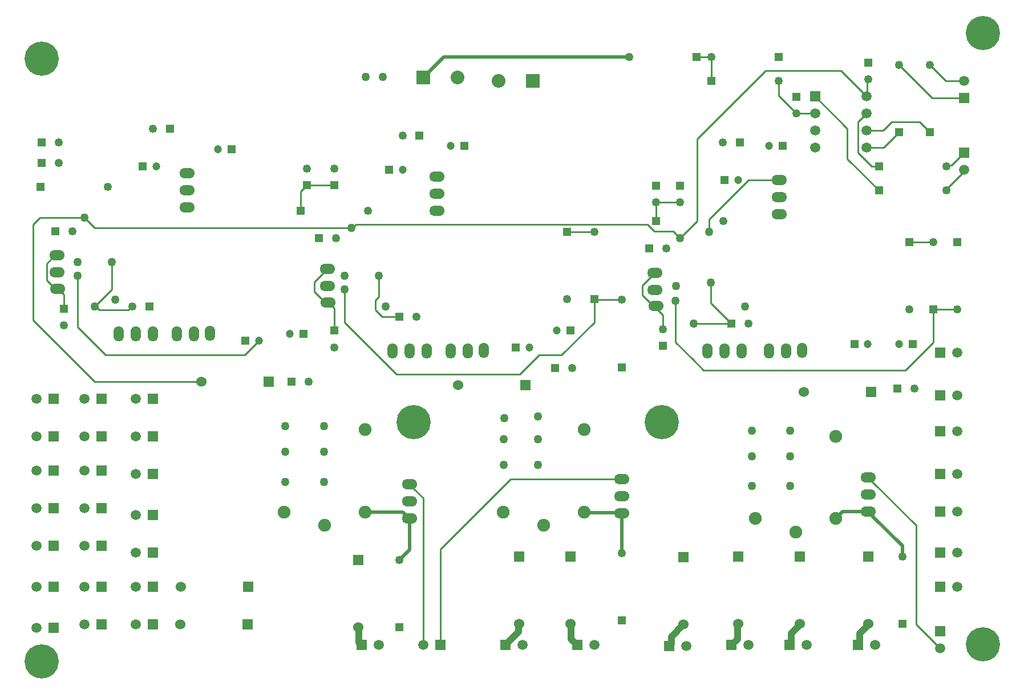
<source format=gbl>
G04*
G04 #@! TF.GenerationSoftware,Altium Limited,Altium Designer,23.1.1 (15)*
G04*
G04 Layer_Physical_Order=4*
G04 Layer_Color=16711680*
%FSLAX44Y44*%
%MOMM*%
G71*
G04*
G04 #@! TF.SameCoordinates,B2619DF1-9EDC-4D65-B863-11D422F83FB1*
G04*
G04*
G04 #@! TF.FilePolarity,Positive*
G04*
G01*
G75*
%ADD15C,0.2540*%
%ADD24R,1.2000X1.2000*%
%ADD25C,1.2000*%
%ADD26C,1.2500*%
%ADD27R,1.2500X1.2500*%
%ADD28R,1.2500X1.2500*%
%ADD29R,1.5240X1.5240*%
%ADD30C,1.5240*%
%ADD35R,1.5240X1.5240*%
%ADD41C,5.0800*%
%ADD42C,1.9050*%
%ADD43O,1.5240X2.2860*%
%ADD44O,2.2860X1.5240*%
%ADD45C,1.5000*%
%ADD46R,1.5000X1.5000*%
%ADD47C,2.0320*%
%ADD48R,2.0320X2.0320*%
%ADD49R,1.5000X1.5000*%
%ADD50C,1.2700*%
%ADD51C,1.0160*%
%ADD52C,0.5080*%
D15*
X1107948Y855218D02*
X1123950Y839216D01*
X1127760D01*
X1107948Y855218D02*
Y870204D01*
X1120250Y882506D01*
X1126117Y888746D02*
X1126490D01*
X1120250Y882879D02*
X1126117Y888746D01*
X1120250Y882506D02*
Y882879D01*
X1127760Y836096D02*
X1137920Y825936D01*
X1127760Y836096D02*
Y839216D01*
X1137920Y804980D02*
Y825936D01*
X636524Y844550D02*
X641350D01*
X620776Y860298D02*
X636524Y844550D01*
X620776Y874776D02*
X633840Y887840D01*
X620776Y860298D02*
Y874776D01*
X639707Y894080D02*
X640080D01*
X633840Y888213D02*
X639707Y894080D01*
X633840Y887840D02*
Y888213D01*
X650240Y802640D02*
Y836033D01*
X641723Y844550D02*
X650240Y836033D01*
X641350Y844550D02*
X641723D01*
X236220Y864870D02*
X240030D01*
X223520Y877570D02*
X236220Y864870D01*
X223520Y877570D02*
Y902462D01*
X235458Y914400D01*
X238760D01*
X240403Y864870D02*
X248920Y856353D01*
X240030Y864870D02*
X240403D01*
X248920Y835460D02*
Y856353D01*
X1498346Y743966D02*
X1539240Y784860D01*
X1156970Y785622D02*
X1183042Y759550D01*
X1539240Y784860D02*
Y833920D01*
X1183042Y759550D02*
X1183042D01*
X1198626Y743966D02*
X1498346D01*
X1183042Y759550D02*
Y759550D01*
X1183042Y759550D02*
X1183042Y759550D01*
X1183042D02*
X1198626Y743966D01*
X1156970Y785622D02*
Y846836D01*
X1183640Y812800D02*
X1239920D01*
X1036320Y815086D02*
Y849160D01*
X987806Y766572D02*
X1036320Y815086D01*
X925830Y737870D02*
X954532Y766572D01*
X987806D01*
X742442Y737870D02*
X925830D01*
X716469Y763843D02*
Y763843D01*
Y763843D02*
X742442Y737870D01*
X665480Y814832D02*
Y863600D01*
Y814832D02*
X716469Y763843D01*
X269240Y808482D02*
Y883920D01*
Y808482D02*
X311150Y766572D01*
X517492D01*
X538320Y787400D01*
X1207008Y968248D02*
X1264920Y1026160D01*
X1207008Y949706D02*
Y968248D01*
X1209040Y843680D02*
X1239920Y812800D01*
X1209040Y843680D02*
Y873760D01*
X1336140Y1125320D02*
X1363880D01*
X1363980Y1125220D01*
X1336040Y1125420D02*
X1336140Y1125320D01*
X1290320Y1188720D02*
X1402080D01*
X1440180Y1150620D01*
X1188720Y1087120D02*
X1290320Y1188720D01*
X1163320Y939800D02*
X1188720Y965200D01*
Y1087120D01*
X1309840Y1151620D02*
Y1173480D01*
Y1151620D02*
X1336040Y1125420D01*
X1187920Y1209040D02*
X1209840D01*
Y1173480D02*
Y1209040D01*
X1441450Y1174950D02*
X1442720Y1176220D01*
X1441450Y1151890D02*
Y1174950D01*
X1440180Y1150620D02*
X1441450Y1151890D01*
X1557960Y1173480D02*
X1584960D01*
X1534160Y1197280D02*
X1557960Y1173480D01*
X1537640Y1148080D02*
X1584960D01*
X1488440Y1197280D02*
X1537640Y1148080D01*
X1518920Y1112520D02*
X1534160Y1097280D01*
X1477426Y1112520D02*
X1518920D01*
X1464726Y1099820D02*
X1477426Y1112520D01*
X1440180Y1099820D02*
X1464726D01*
X1465580Y1074420D02*
X1488440Y1097280D01*
X1440180Y1074420D02*
X1465580D01*
X1427480Y1066800D02*
X1447800Y1046480D01*
X1458760D01*
X1427480Y1066800D02*
Y1112520D01*
X1440180Y1125220D01*
X1363980Y1150620D02*
X1411995Y1102605D01*
Y1057685D02*
Y1102605D01*
Y1057685D02*
X1458760Y1010920D01*
X1560666Y1048386D02*
X1566546D01*
X1584960Y1066800D01*
X1558760Y1046480D02*
X1560666Y1048386D01*
X1558760Y1010920D02*
Y1013060D01*
X1584960Y1039260D02*
Y1041400D01*
X1558760Y1013060D02*
X1584960Y1039260D01*
X1503680Y934720D02*
X1504480Y933920D01*
X1539240D01*
X1503680D02*
Y934720D01*
X1539240Y833920D02*
X1574800D01*
X344452Y833120D02*
X349532Y838200D01*
X296128D02*
X301208Y833120D01*
X344452D01*
X349532Y838200D02*
X350920D01*
X1127760Y993340D02*
X1163320D01*
X1127760Y965200D02*
Y993340D01*
X1114952Y960120D02*
X1125112Y949960D01*
X1153160D02*
X1163320Y939800D01*
X1125112Y949960D02*
X1153160D01*
X294640Y955040D02*
X677128D01*
X682208Y960120D02*
X1114952D01*
X677128Y955040D02*
X682208Y960120D01*
X1264920Y1026160D02*
X1310640D01*
X609600Y1018740D02*
X650240D01*
X600240Y980440D02*
Y1009380D01*
X609600Y1018740D01*
X1037120Y848360D02*
X1076960D01*
X1036320Y849160D02*
X1037120Y848360D01*
X995680Y949160D02*
X1036320D01*
X716280Y852568D02*
Y883920D01*
X711200Y847488D02*
X716280Y852568D01*
X721360Y822960D02*
X747160D01*
X711200Y833120D02*
Y847488D01*
Y833120D02*
X721360Y822960D01*
X294640Y726440D02*
X452920D01*
X203200Y817880D02*
X294640Y726440D01*
X203200Y817880D02*
Y960120D01*
X213360Y970280D01*
X279400D01*
X294640Y955040D01*
X320040Y863600D02*
Y904240D01*
X294640Y838200D02*
X320040Y863600D01*
X1443093Y584200D02*
X1448960Y578333D01*
Y577960D02*
Y578333D01*
X1442720Y584200D02*
X1443093D01*
X1448960Y577960D02*
X1513840Y513080D01*
Y365760D02*
Y513080D01*
Y365760D02*
X1549400Y330200D01*
X782320Y335280D02*
Y553720D01*
X762000Y574040D02*
X762373D01*
X768240Y568173D01*
Y567800D02*
Y568173D01*
Y567800D02*
X782320Y553720D01*
X807720Y335280D02*
Y477520D01*
X911860Y581660D01*
X1076960D01*
D24*
X1508600Y782320D02*
D03*
X1229520Y1026160D02*
D03*
X1315560Y1076960D02*
D03*
X1422400Y782320D02*
D03*
X1000760Y802640D02*
D03*
X919800Y777240D02*
D03*
X843280Y1076960D02*
D03*
X604360Y797560D02*
D03*
X518320Y787400D02*
D03*
X731680Y1041400D02*
D03*
X497680Y1071880D02*
D03*
X365920Y1046480D02*
D03*
D25*
X1488600Y782320D02*
D03*
X1249520Y1026160D02*
D03*
X1295560Y1076960D02*
D03*
X1442400Y782320D02*
D03*
X980760Y802640D02*
D03*
X939800Y777240D02*
D03*
X823280Y1076960D02*
D03*
X584360Y797560D02*
D03*
X538320Y787400D02*
D03*
X751680Y1041400D02*
D03*
X477680Y1071880D02*
D03*
X385920Y1046480D02*
D03*
D26*
X1076960Y848360D02*
D03*
X1087920Y1209040D02*
D03*
X1309840Y1173480D02*
D03*
X1336040Y1125420D02*
D03*
X1209840Y1209040D02*
D03*
X1574800Y833920D02*
D03*
X1493520Y466560D02*
D03*
X1558760Y1046480D02*
D03*
Y1010920D02*
D03*
X1488440Y1197280D02*
D03*
X1534160D02*
D03*
X1076960Y471640D02*
D03*
X1227760Y965200D02*
D03*
X746760Y461480D02*
D03*
X314160Y1016000D02*
D03*
X700240Y980440D02*
D03*
X1163320Y993340D02*
D03*
X1442720Y1176220D02*
D03*
X1227020Y1082040D02*
D03*
X609600Y1043740D02*
D03*
X1137920Y804980D02*
D03*
X1127760Y993340D02*
D03*
X1511100Y716280D02*
D03*
X1143000Y924560D02*
D03*
X1264920Y812800D02*
D03*
X1003100Y746760D02*
D03*
X650240Y777640D02*
D03*
X248920Y810460D02*
D03*
X241100Y1051560D02*
D03*
Y1082040D02*
D03*
X261420Y949960D02*
D03*
X650240Y1043740D02*
D03*
X751840Y1092200D02*
D03*
X652580Y939800D02*
D03*
X772160Y822960D02*
D03*
X611940Y726440D02*
D03*
X381400Y1102360D02*
D03*
X350920Y838200D02*
D03*
X995680Y849160D02*
D03*
X1036320Y949160D02*
D03*
X1503680Y833920D02*
D03*
X1539240Y933920D02*
D03*
D27*
X1076960Y748360D02*
D03*
X1336040Y1150420D02*
D03*
X1574800Y933920D02*
D03*
X1493520Y366560D02*
D03*
X1488440Y1097280D02*
D03*
X1534160D02*
D03*
X1076960Y371640D02*
D03*
X746760Y361480D02*
D03*
X1163320Y1018340D02*
D03*
X1442720Y1201220D02*
D03*
X609600Y1018740D02*
D03*
X1137920Y779980D02*
D03*
X1127760Y1018340D02*
D03*
X650240Y802640D02*
D03*
X248920Y835460D02*
D03*
X650240Y1018740D02*
D03*
X995680Y949160D02*
D03*
X1036320Y849160D02*
D03*
X1503680Y933920D02*
D03*
X1539240Y833920D02*
D03*
D28*
X1187920Y1209040D02*
D03*
X1209840Y1173480D02*
D03*
X1309840Y1209040D02*
D03*
X1458760Y1046480D02*
D03*
Y1010920D02*
D03*
X1127760Y965200D02*
D03*
X214160Y1016000D02*
D03*
X600240Y980440D02*
D03*
X1252020Y1082040D02*
D03*
X1486100Y716280D02*
D03*
X1118000Y924560D02*
D03*
X1239920Y812800D02*
D03*
X978100Y746760D02*
D03*
X216100Y1051560D02*
D03*
Y1082040D02*
D03*
X236420Y949960D02*
D03*
X776840Y1092200D02*
D03*
X627580Y939800D02*
D03*
X747160Y822960D02*
D03*
X586940Y726440D02*
D03*
X406400Y1102360D02*
D03*
X375920Y838200D02*
D03*
D29*
X522440Y421640D02*
D03*
X521640Y365760D02*
D03*
X1447000Y711200D02*
D03*
X933920Y721360D02*
D03*
X552920Y726440D02*
D03*
D30*
X422440Y421640D02*
D03*
X421640Y365760D02*
D03*
X1442720Y366560D02*
D03*
X1341120D02*
D03*
X1249680D02*
D03*
X1168400Y365760D02*
D03*
X1000760Y366560D02*
D03*
X1347000Y711200D02*
D03*
X924560Y366560D02*
D03*
X685800Y361480D02*
D03*
X833920Y721360D02*
D03*
X452920Y726440D02*
D03*
D35*
X1442720Y466560D02*
D03*
X1341120D02*
D03*
X1249680D02*
D03*
X1168400Y465760D02*
D03*
X1000760Y466560D02*
D03*
X924560D02*
D03*
X685800Y461480D02*
D03*
D41*
X1612900Y1244600D02*
D03*
X215900Y311150D02*
D03*
X1136650Y666750D02*
D03*
X768350D02*
D03*
X215900Y1206500D02*
D03*
X1612900Y336550D02*
D03*
D42*
X695960Y533320D02*
D03*
X635960Y513320D02*
D03*
X575960Y533320D02*
D03*
X695960Y655320D02*
D03*
X1395080Y645240D02*
D03*
X1275080Y523240D02*
D03*
X1335080Y503240D02*
D03*
X1395080Y523240D02*
D03*
X1021080Y655320D02*
D03*
X901080Y533320D02*
D03*
X961080Y513320D02*
D03*
X1021080Y533320D02*
D03*
D43*
X1295400Y772160D02*
D03*
X1320800D02*
D03*
X1344930Y773430D02*
D03*
X822960Y772160D02*
D03*
X848360D02*
D03*
X872490Y773430D02*
D03*
X416560Y797560D02*
D03*
X441960D02*
D03*
X466090Y798830D02*
D03*
X381000Y797560D02*
D03*
X330200D02*
D03*
X355600D02*
D03*
X762000Y772160D02*
D03*
X736600D02*
D03*
X787400D02*
D03*
X1254760D02*
D03*
X1203960D02*
D03*
X1229360D02*
D03*
D44*
X1126490Y888746D02*
D03*
Y863346D02*
D03*
X1127760Y839216D02*
D03*
X640080Y894080D02*
D03*
Y868680D02*
D03*
X641350Y844550D02*
D03*
X238760Y914400D02*
D03*
Y889000D02*
D03*
X240030Y864870D02*
D03*
X431800Y1010920D02*
D03*
Y1036320D02*
D03*
Y985520D02*
D03*
X802640Y1005840D02*
D03*
Y1031240D02*
D03*
Y980440D02*
D03*
X762000Y523240D02*
D03*
Y574040D02*
D03*
Y548640D02*
D03*
X1310640Y975360D02*
D03*
Y1026160D02*
D03*
Y1000760D02*
D03*
X1076960Y556260D02*
D03*
Y581660D02*
D03*
Y530860D02*
D03*
X1442720Y558800D02*
D03*
Y584200D02*
D03*
Y533400D02*
D03*
D45*
X355600Y421640D02*
D03*
Y365760D02*
D03*
X1440180Y1074420D02*
D03*
Y1099820D02*
D03*
Y1125220D02*
D03*
Y1150620D02*
D03*
X1363980Y1074420D02*
D03*
Y1099820D02*
D03*
Y1125220D02*
D03*
X1574800Y769620D02*
D03*
Y706120D02*
D03*
Y652780D02*
D03*
Y472440D02*
D03*
Y533400D02*
D03*
Y589280D02*
D03*
Y421640D02*
D03*
X1351280Y335280D02*
D03*
X355600Y701040D02*
D03*
Y645160D02*
D03*
Y589280D02*
D03*
Y528320D02*
D03*
Y472440D02*
D03*
X279400Y421640D02*
D03*
Y365760D02*
D03*
X208280Y594360D02*
D03*
X279400D02*
D03*
Y538480D02*
D03*
X208280Y421640D02*
D03*
X1584960Y1173480D02*
D03*
X1549400Y330200D02*
D03*
X782320Y335280D02*
D03*
X1264920D02*
D03*
X1172718Y333756D02*
D03*
X1452880Y335280D02*
D03*
X1036320D02*
D03*
X929640D02*
D03*
X716280D02*
D03*
X279400Y701040D02*
D03*
X208280D02*
D03*
X279400Y645160D02*
D03*
Y482600D02*
D03*
X208280Y360680D02*
D03*
Y482600D02*
D03*
Y645160D02*
D03*
Y538480D02*
D03*
X1584960Y1041400D02*
D03*
D46*
X381000Y421640D02*
D03*
Y365760D02*
D03*
X1363980Y1150620D02*
D03*
X1549400Y769620D02*
D03*
Y706120D02*
D03*
Y652780D02*
D03*
Y472440D02*
D03*
Y533400D02*
D03*
Y589280D02*
D03*
Y421640D02*
D03*
X1325880Y335280D02*
D03*
X381000Y701040D02*
D03*
Y645160D02*
D03*
Y589280D02*
D03*
Y528320D02*
D03*
Y472440D02*
D03*
X304800Y421640D02*
D03*
Y365760D02*
D03*
X233680Y594360D02*
D03*
X304800D02*
D03*
Y538480D02*
D03*
X233680Y421640D02*
D03*
X807720Y335280D02*
D03*
X1239520D02*
D03*
X1147318Y333756D02*
D03*
X1427480Y335280D02*
D03*
X1010920D02*
D03*
X904240D02*
D03*
X690880D02*
D03*
X304800Y701040D02*
D03*
X233680D02*
D03*
X304800Y645160D02*
D03*
Y482600D02*
D03*
X233680Y360680D02*
D03*
Y482600D02*
D03*
Y645160D02*
D03*
Y538480D02*
D03*
D47*
X833120Y1178560D02*
D03*
X894080Y1173480D02*
D03*
D48*
X782320Y1178560D02*
D03*
X944880Y1173480D02*
D03*
D49*
X1584960Y1148080D02*
D03*
X1549400Y355600D02*
D03*
X1584960Y1066800D02*
D03*
D50*
X722630Y1179576D02*
D03*
X697230D02*
D03*
X1270000Y654050D02*
D03*
X1327150D02*
D03*
X1270000Y615950D02*
D03*
X1327150D02*
D03*
X1270000Y571500D02*
D03*
X1327150D02*
D03*
X635000Y577850D02*
D03*
X577850D02*
D03*
X635000Y622300D02*
D03*
X577850D02*
D03*
X635000Y660400D02*
D03*
X577850D02*
D03*
X952500Y603250D02*
D03*
X901700D02*
D03*
Y641350D02*
D03*
X952500D02*
D03*
X953008Y675132D02*
D03*
X902462Y672846D02*
D03*
X1183640Y812800D02*
D03*
X1207008Y949706D02*
D03*
X1156970Y846836D02*
D03*
X1157224Y868680D02*
D03*
X1209040Y873760D02*
D03*
X665480Y863600D02*
D03*
Y883920D02*
D03*
X1259840Y838200D02*
D03*
X716280Y883920D02*
D03*
X726440Y838200D02*
D03*
X1163320Y939800D02*
D03*
X675640Y955040D02*
D03*
X279400Y970280D02*
D03*
X269240Y883920D02*
D03*
Y904240D02*
D03*
X325120Y848360D02*
D03*
X294640Y838200D02*
D03*
X320040Y904240D02*
D03*
D51*
X685800Y361480D02*
X686772Y360508D01*
Y339388D02*
Y360508D01*
Y339388D02*
X690880Y335280D01*
X1429900Y352365D02*
X1442720Y365185D01*
X1429900Y337700D02*
Y352365D01*
X1427480Y335280D02*
X1429900Y337700D01*
X1442720Y365185D02*
Y366560D01*
X1325880Y335280D02*
X1328300Y337700D01*
X1341120Y365185D02*
Y366560D01*
X1328300Y352365D02*
X1341120Y365185D01*
X1328300Y337700D02*
Y352365D01*
X1248708Y365588D02*
X1249680Y366560D01*
X1248708Y344468D02*
Y365588D01*
X1239520Y335280D02*
X1248708Y344468D01*
X1150500Y347860D02*
X1168400Y365760D01*
X1150500Y337700D02*
Y347860D01*
X1148080Y335280D02*
X1150500Y337700D01*
X1000760Y366560D02*
X1001732Y365588D01*
Y344468D02*
Y365588D01*
Y344468D02*
X1010920Y335280D01*
X904240D02*
X924035Y355075D01*
Y366035D01*
X924560Y366560D01*
D52*
X812800Y1209040D02*
X1087920D01*
X782320Y1178560D02*
X812800Y1209040D01*
X751920Y533320D02*
X762000Y523240D01*
X695960Y533320D02*
X751920D01*
X1076960Y471640D02*
Y530860D01*
X1075730Y532090D02*
X1076960Y530860D01*
X1021080Y533320D02*
X1022310Y532090D01*
X1075730D01*
X1395080Y523240D02*
X1405240Y533400D01*
X1442720D01*
X1448960Y527160D02*
Y527533D01*
Y527160D02*
X1493520Y482600D01*
Y466560D02*
Y482600D01*
X1442720Y533400D02*
X1443093D01*
X1448960Y527533D01*
X746760Y461480D02*
X762000Y476720D01*
Y523240D01*
M02*

</source>
